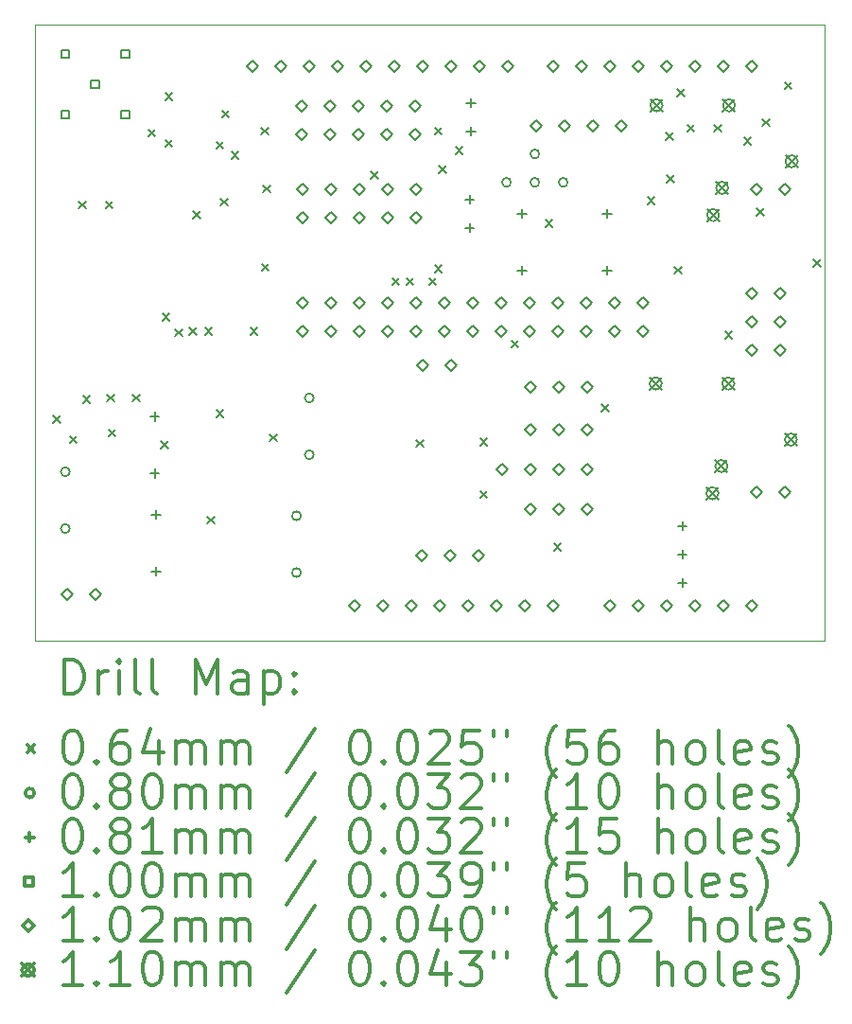
<source format=gbr>
%FSLAX45Y45*%
G04 Gerber Fmt 4.5, Leading zero omitted, Abs format (unit mm)*
G04 Created by KiCad (PCBNEW (2014-12-08 BZR 5317)-product) date mar. 23 déc. 2014 09:04:46 CET*
%MOMM*%
G01*
G04 APERTURE LIST*
%ADD10C,0.127000*%
%ADD11C,0.100000*%
%ADD12C,0.200000*%
%ADD13C,0.300000*%
G04 APERTURE END LIST*
D10*
D11*
X9544050Y-11277600D02*
X9544050Y-5765800D01*
X16617950Y-11277600D02*
X9544050Y-11277600D01*
X16617950Y-5765800D02*
X16617950Y-11277600D01*
X9544050Y-5765800D02*
X16617950Y-5765800D01*
X16601440Y-5765800D02*
X16602710Y-5765800D01*
D12*
X9709150Y-9264650D02*
X9772650Y-9328150D01*
X9772650Y-9264650D02*
X9709150Y-9328150D01*
X9855200Y-9447530D02*
X9918700Y-9511030D01*
X9918700Y-9447530D02*
X9855200Y-9511030D01*
X9937750Y-7346950D02*
X10001250Y-7410450D01*
X10001250Y-7346950D02*
X9937750Y-7410450D01*
X9975850Y-9086850D02*
X10039350Y-9150350D01*
X10039350Y-9086850D02*
X9975850Y-9150350D01*
X10179050Y-7346950D02*
X10242550Y-7410450D01*
X10242550Y-7346950D02*
X10179050Y-7410450D01*
X10191750Y-9074150D02*
X10255250Y-9137650D01*
X10255250Y-9074150D02*
X10191750Y-9137650D01*
X10201910Y-9386570D02*
X10265410Y-9450070D01*
X10265410Y-9386570D02*
X10201910Y-9450070D01*
X10420350Y-9074150D02*
X10483850Y-9137650D01*
X10483850Y-9074150D02*
X10420350Y-9137650D01*
X10560050Y-6701790D02*
X10623550Y-6765290D01*
X10623550Y-6701790D02*
X10560050Y-6765290D01*
X10674350Y-9493250D02*
X10737850Y-9556750D01*
X10737850Y-9493250D02*
X10674350Y-9556750D01*
X10687050Y-8350250D02*
X10750550Y-8413750D01*
X10750550Y-8350250D02*
X10687050Y-8413750D01*
X10712450Y-6375400D02*
X10775950Y-6438900D01*
X10775950Y-6375400D02*
X10712450Y-6438900D01*
X10712450Y-6794500D02*
X10775950Y-6858000D01*
X10775950Y-6794500D02*
X10712450Y-6858000D01*
X10801350Y-8489950D02*
X10864850Y-8553450D01*
X10864850Y-8489950D02*
X10801350Y-8553450D01*
X10928350Y-8477250D02*
X10991850Y-8540750D01*
X10991850Y-8477250D02*
X10928350Y-8540750D01*
X10960100Y-7435850D02*
X11023600Y-7499350D01*
X11023600Y-7435850D02*
X10960100Y-7499350D01*
X11068050Y-8477250D02*
X11131550Y-8540750D01*
X11131550Y-8477250D02*
X11068050Y-8540750D01*
X11088370Y-10166350D02*
X11151870Y-10229850D01*
X11151870Y-10166350D02*
X11088370Y-10229850D01*
X11169650Y-6813550D02*
X11233150Y-6877050D01*
X11233150Y-6813550D02*
X11169650Y-6877050D01*
X11169650Y-9213850D02*
X11233150Y-9277350D01*
X11233150Y-9213850D02*
X11169650Y-9277350D01*
X11207750Y-7321550D02*
X11271250Y-7385050D01*
X11271250Y-7321550D02*
X11207750Y-7385050D01*
X11220450Y-6534150D02*
X11283950Y-6597650D01*
X11283950Y-6534150D02*
X11220450Y-6597650D01*
X11303000Y-6902450D02*
X11366500Y-6965950D01*
X11366500Y-6902450D02*
X11303000Y-6965950D01*
X11471910Y-8475980D02*
X11535410Y-8539480D01*
X11535410Y-8475980D02*
X11471910Y-8539480D01*
X11569700Y-6686550D02*
X11633200Y-6750050D01*
X11633200Y-6686550D02*
X11569700Y-6750050D01*
X11574780Y-7907020D02*
X11638280Y-7970520D01*
X11638280Y-7907020D02*
X11574780Y-7970520D01*
X11588750Y-7200900D02*
X11652250Y-7264400D01*
X11652250Y-7200900D02*
X11588750Y-7264400D01*
X11648440Y-9428480D02*
X11711940Y-9491980D01*
X11711940Y-9428480D02*
X11648440Y-9491980D01*
X12553950Y-7080250D02*
X12617450Y-7143750D01*
X12617450Y-7080250D02*
X12553950Y-7143750D01*
X12744450Y-8032750D02*
X12807950Y-8096250D01*
X12807950Y-8032750D02*
X12744450Y-8096250D01*
X12871450Y-8032750D02*
X12934950Y-8096250D01*
X12934950Y-8032750D02*
X12871450Y-8096250D01*
X12960350Y-9480550D02*
X13023850Y-9544050D01*
X13023850Y-9480550D02*
X12960350Y-9544050D01*
X13074650Y-8032750D02*
X13138150Y-8096250D01*
X13138150Y-8032750D02*
X13074650Y-8096250D01*
X13125450Y-6686550D02*
X13188950Y-6750050D01*
X13188950Y-6686550D02*
X13125450Y-6750050D01*
X13125450Y-7918450D02*
X13188950Y-7981950D01*
X13188950Y-7918450D02*
X13125450Y-7981950D01*
X13163550Y-7029450D02*
X13227050Y-7092950D01*
X13227050Y-7029450D02*
X13163550Y-7092950D01*
X13309600Y-6858000D02*
X13373100Y-6921500D01*
X13373100Y-6858000D02*
X13309600Y-6921500D01*
X13531850Y-9467850D02*
X13595350Y-9531350D01*
X13595350Y-9467850D02*
X13531850Y-9531350D01*
X13531850Y-9937750D02*
X13595350Y-10001250D01*
X13595350Y-9937750D02*
X13531850Y-10001250D01*
X13811250Y-8591550D02*
X13874750Y-8655050D01*
X13874750Y-8591550D02*
X13811250Y-8655050D01*
X14116050Y-7512050D02*
X14179550Y-7575550D01*
X14179550Y-7512050D02*
X14116050Y-7575550D01*
X14192250Y-10407650D02*
X14255750Y-10471150D01*
X14255750Y-10407650D02*
X14192250Y-10471150D01*
X14617700Y-9163050D02*
X14681200Y-9226550D01*
X14681200Y-9163050D02*
X14617700Y-9226550D01*
X15030450Y-7308850D02*
X15093950Y-7372350D01*
X15093950Y-7308850D02*
X15030450Y-7372350D01*
X15195550Y-6731000D02*
X15259050Y-6794500D01*
X15259050Y-6731000D02*
X15195550Y-6794500D01*
X15201900Y-7112000D02*
X15265400Y-7175500D01*
X15265400Y-7112000D02*
X15201900Y-7175500D01*
X15271750Y-7931150D02*
X15335250Y-7994650D01*
X15335250Y-7931150D02*
X15271750Y-7994650D01*
X15297150Y-6343650D02*
X15360650Y-6407150D01*
X15360650Y-6343650D02*
X15297150Y-6407150D01*
X15386050Y-6661150D02*
X15449550Y-6724650D01*
X15449550Y-6661150D02*
X15386050Y-6724650D01*
X15627350Y-6661150D02*
X15690850Y-6724650D01*
X15690850Y-6661150D02*
X15627350Y-6724650D01*
X15722600Y-8509000D02*
X15786100Y-8572500D01*
X15786100Y-8509000D02*
X15722600Y-8572500D01*
X15894050Y-6775450D02*
X15957550Y-6838950D01*
X15957550Y-6775450D02*
X15894050Y-6838950D01*
X16008350Y-7410450D02*
X16071850Y-7473950D01*
X16071850Y-7410450D02*
X16008350Y-7473950D01*
X16059150Y-6610350D02*
X16122650Y-6673850D01*
X16122650Y-6610350D02*
X16059150Y-6673850D01*
X16256000Y-6280150D02*
X16319500Y-6343650D01*
X16319500Y-6280150D02*
X16256000Y-6343650D01*
X16516350Y-7867650D02*
X16579850Y-7931150D01*
X16579850Y-7867650D02*
X16516350Y-7931150D01*
X9857105Y-9766300D02*
G75*
G03X9857105Y-9766300I-40005J0D01*
G01*
X9857105Y-10274300D02*
G75*
G03X9857105Y-10274300I-40005J0D01*
G01*
X11927205Y-10160000D02*
G75*
G03X11927205Y-10160000I-40005J0D01*
G01*
X11927205Y-10668000D02*
G75*
G03X11927205Y-10668000I-40005J0D01*
G01*
X12041505Y-9105900D02*
G75*
G03X12041505Y-9105900I-40005J0D01*
G01*
X12041505Y-9613900D02*
G75*
G03X12041505Y-9613900I-40005J0D01*
G01*
X13806805Y-7175500D02*
G75*
G03X13806805Y-7175500I-40005J0D01*
G01*
X14060805Y-6921500D02*
G75*
G03X14060805Y-6921500I-40005J0D01*
G01*
X14060805Y-7175500D02*
G75*
G03X14060805Y-7175500I-40005J0D01*
G01*
X14314805Y-7175500D02*
G75*
G03X14314805Y-7175500I-40005J0D01*
G01*
X10617200Y-9230360D02*
X10617200Y-9311640D01*
X10576560Y-9271000D02*
X10657840Y-9271000D01*
X10617200Y-9738360D02*
X10617200Y-9819640D01*
X10576560Y-9779000D02*
X10657840Y-9779000D01*
X10629900Y-10106660D02*
X10629900Y-10187940D01*
X10589260Y-10147300D02*
X10670540Y-10147300D01*
X10629900Y-10614660D02*
X10629900Y-10695940D01*
X10589260Y-10655300D02*
X10670540Y-10655300D01*
X13436600Y-7287260D02*
X13436600Y-7368540D01*
X13395960Y-7327900D02*
X13477240Y-7327900D01*
X13436600Y-7541260D02*
X13436600Y-7622540D01*
X13395960Y-7581900D02*
X13477240Y-7581900D01*
X13449300Y-6423660D02*
X13449300Y-6504940D01*
X13408660Y-6464300D02*
X13489940Y-6464300D01*
X13449300Y-6677660D02*
X13449300Y-6758940D01*
X13408660Y-6718300D02*
X13489940Y-6718300D01*
X13906500Y-7414260D02*
X13906500Y-7495540D01*
X13865860Y-7454900D02*
X13947140Y-7454900D01*
X13906500Y-7922260D02*
X13906500Y-8003540D01*
X13865860Y-7962900D02*
X13947140Y-7962900D01*
X14668500Y-7414260D02*
X14668500Y-7495540D01*
X14627860Y-7454900D02*
X14709140Y-7454900D01*
X14668500Y-7922260D02*
X14668500Y-8003540D01*
X14627860Y-7962900D02*
X14709140Y-7962900D01*
X15341600Y-10208260D02*
X15341600Y-10289540D01*
X15300960Y-10248900D02*
X15382240Y-10248900D01*
X15341600Y-10462260D02*
X15341600Y-10543540D01*
X15300960Y-10502900D02*
X15382240Y-10502900D01*
X15341600Y-10716260D02*
X15341600Y-10797540D01*
X15300960Y-10756900D02*
X15382240Y-10756900D01*
X9849181Y-6064580D02*
X9849181Y-5993815D01*
X9778416Y-5993815D01*
X9778416Y-6064580D01*
X9849181Y-6064580D01*
X9849181Y-6604584D02*
X9849181Y-6533819D01*
X9778416Y-6533819D01*
X9778416Y-6604584D01*
X9849181Y-6604584D01*
X10119183Y-6334582D02*
X10119183Y-6263817D01*
X10048418Y-6263817D01*
X10048418Y-6334582D01*
X10119183Y-6334582D01*
X10389185Y-6064580D02*
X10389185Y-5993815D01*
X10318420Y-5993815D01*
X10318420Y-6064580D01*
X10389185Y-6064580D01*
X10389185Y-6604584D02*
X10389185Y-6533819D01*
X10318420Y-6533819D01*
X10318420Y-6604584D01*
X10389185Y-6604584D01*
X9829800Y-10909300D02*
X9880600Y-10858500D01*
X9829800Y-10807700D01*
X9779000Y-10858500D01*
X9829800Y-10909300D01*
X10083800Y-10909300D02*
X10134600Y-10858500D01*
X10083800Y-10807700D01*
X10033000Y-10858500D01*
X10083800Y-10909300D01*
X11493500Y-6184900D02*
X11544300Y-6134100D01*
X11493500Y-6083300D01*
X11442700Y-6134100D01*
X11493500Y-6184900D01*
X11747500Y-6184900D02*
X11798300Y-6134100D01*
X11747500Y-6083300D01*
X11696700Y-6134100D01*
X11747500Y-6184900D01*
X11931650Y-6540500D02*
X11982450Y-6489700D01*
X11931650Y-6438900D01*
X11880850Y-6489700D01*
X11931650Y-6540500D01*
X11931650Y-6794500D02*
X11982450Y-6743700D01*
X11931650Y-6692900D01*
X11880850Y-6743700D01*
X11931650Y-6794500D01*
X11938000Y-7289800D02*
X11988800Y-7239000D01*
X11938000Y-7188200D01*
X11887200Y-7239000D01*
X11938000Y-7289800D01*
X11938000Y-7543800D02*
X11988800Y-7493000D01*
X11938000Y-7442200D01*
X11887200Y-7493000D01*
X11938000Y-7543800D01*
X11938000Y-8305800D02*
X11988800Y-8255000D01*
X11938000Y-8204200D01*
X11887200Y-8255000D01*
X11938000Y-8305800D01*
X11938000Y-8559800D02*
X11988800Y-8509000D01*
X11938000Y-8458200D01*
X11887200Y-8509000D01*
X11938000Y-8559800D01*
X12001500Y-6184900D02*
X12052300Y-6134100D01*
X12001500Y-6083300D01*
X11950700Y-6134100D01*
X12001500Y-6184900D01*
X12185650Y-6540500D02*
X12236450Y-6489700D01*
X12185650Y-6438900D01*
X12134850Y-6489700D01*
X12185650Y-6540500D01*
X12185650Y-6794500D02*
X12236450Y-6743700D01*
X12185650Y-6692900D01*
X12134850Y-6743700D01*
X12185650Y-6794500D01*
X12192000Y-7289800D02*
X12242800Y-7239000D01*
X12192000Y-7188200D01*
X12141200Y-7239000D01*
X12192000Y-7289800D01*
X12192000Y-7543800D02*
X12242800Y-7493000D01*
X12192000Y-7442200D01*
X12141200Y-7493000D01*
X12192000Y-7543800D01*
X12192000Y-8305800D02*
X12242800Y-8255000D01*
X12192000Y-8204200D01*
X12141200Y-8255000D01*
X12192000Y-8305800D01*
X12192000Y-8559800D02*
X12242800Y-8509000D01*
X12192000Y-8458200D01*
X12141200Y-8509000D01*
X12192000Y-8559800D01*
X12255500Y-6184900D02*
X12306300Y-6134100D01*
X12255500Y-6083300D01*
X12204700Y-6134100D01*
X12255500Y-6184900D01*
X12407900Y-11010900D02*
X12458700Y-10960100D01*
X12407900Y-10909300D01*
X12357100Y-10960100D01*
X12407900Y-11010900D01*
X12439650Y-6540500D02*
X12490450Y-6489700D01*
X12439650Y-6438900D01*
X12388850Y-6489700D01*
X12439650Y-6540500D01*
X12439650Y-6794500D02*
X12490450Y-6743700D01*
X12439650Y-6692900D01*
X12388850Y-6743700D01*
X12439650Y-6794500D01*
X12446000Y-7289800D02*
X12496800Y-7239000D01*
X12446000Y-7188200D01*
X12395200Y-7239000D01*
X12446000Y-7289800D01*
X12446000Y-7543800D02*
X12496800Y-7493000D01*
X12446000Y-7442200D01*
X12395200Y-7493000D01*
X12446000Y-7543800D01*
X12446000Y-8305800D02*
X12496800Y-8255000D01*
X12446000Y-8204200D01*
X12395200Y-8255000D01*
X12446000Y-8305800D01*
X12446000Y-8559800D02*
X12496800Y-8509000D01*
X12446000Y-8458200D01*
X12395200Y-8509000D01*
X12446000Y-8559800D01*
X12509500Y-6184900D02*
X12560300Y-6134100D01*
X12509500Y-6083300D01*
X12458700Y-6134100D01*
X12509500Y-6184900D01*
X12661900Y-11010900D02*
X12712700Y-10960100D01*
X12661900Y-10909300D01*
X12611100Y-10960100D01*
X12661900Y-11010900D01*
X12693650Y-6540500D02*
X12744450Y-6489700D01*
X12693650Y-6438900D01*
X12642850Y-6489700D01*
X12693650Y-6540500D01*
X12693650Y-6794500D02*
X12744450Y-6743700D01*
X12693650Y-6692900D01*
X12642850Y-6743700D01*
X12693650Y-6794500D01*
X12700000Y-7289800D02*
X12750800Y-7239000D01*
X12700000Y-7188200D01*
X12649200Y-7239000D01*
X12700000Y-7289800D01*
X12700000Y-7543800D02*
X12750800Y-7493000D01*
X12700000Y-7442200D01*
X12649200Y-7493000D01*
X12700000Y-7543800D01*
X12700000Y-8305800D02*
X12750800Y-8255000D01*
X12700000Y-8204200D01*
X12649200Y-8255000D01*
X12700000Y-8305800D01*
X12700000Y-8559800D02*
X12750800Y-8509000D01*
X12700000Y-8458200D01*
X12649200Y-8509000D01*
X12700000Y-8559800D01*
X12763500Y-6184900D02*
X12814300Y-6134100D01*
X12763500Y-6083300D01*
X12712700Y-6134100D01*
X12763500Y-6184900D01*
X12915900Y-11010900D02*
X12966700Y-10960100D01*
X12915900Y-10909300D01*
X12865100Y-10960100D01*
X12915900Y-11010900D01*
X12947650Y-6540500D02*
X12998450Y-6489700D01*
X12947650Y-6438900D01*
X12896850Y-6489700D01*
X12947650Y-6540500D01*
X12947650Y-6794500D02*
X12998450Y-6743700D01*
X12947650Y-6692900D01*
X12896850Y-6743700D01*
X12947650Y-6794500D01*
X12954000Y-7289800D02*
X13004800Y-7239000D01*
X12954000Y-7188200D01*
X12903200Y-7239000D01*
X12954000Y-7289800D01*
X12954000Y-7543800D02*
X13004800Y-7493000D01*
X12954000Y-7442200D01*
X12903200Y-7493000D01*
X12954000Y-7543800D01*
X12954000Y-8305800D02*
X13004800Y-8255000D01*
X12954000Y-8204200D01*
X12903200Y-8255000D01*
X12954000Y-8305800D01*
X12954000Y-8559800D02*
X13004800Y-8509000D01*
X12954000Y-8458200D01*
X12903200Y-8509000D01*
X12954000Y-8559800D01*
X13004800Y-10566400D02*
X13055600Y-10515600D01*
X13004800Y-10464800D01*
X12954000Y-10515600D01*
X13004800Y-10566400D01*
X13017500Y-6184900D02*
X13068300Y-6134100D01*
X13017500Y-6083300D01*
X12966700Y-6134100D01*
X13017500Y-6184900D01*
X13017500Y-8864600D02*
X13068300Y-8813800D01*
X13017500Y-8763000D01*
X12966700Y-8813800D01*
X13017500Y-8864600D01*
X13169900Y-11010900D02*
X13220700Y-10960100D01*
X13169900Y-10909300D01*
X13119100Y-10960100D01*
X13169900Y-11010900D01*
X13208000Y-8305800D02*
X13258800Y-8255000D01*
X13208000Y-8204200D01*
X13157200Y-8255000D01*
X13208000Y-8305800D01*
X13208000Y-8559800D02*
X13258800Y-8509000D01*
X13208000Y-8458200D01*
X13157200Y-8509000D01*
X13208000Y-8559800D01*
X13258800Y-10566400D02*
X13309600Y-10515600D01*
X13258800Y-10464800D01*
X13208000Y-10515600D01*
X13258800Y-10566400D01*
X13271500Y-6184900D02*
X13322300Y-6134100D01*
X13271500Y-6083300D01*
X13220700Y-6134100D01*
X13271500Y-6184900D01*
X13271500Y-8864600D02*
X13322300Y-8813800D01*
X13271500Y-8763000D01*
X13220700Y-8813800D01*
X13271500Y-8864600D01*
X13423900Y-11010900D02*
X13474700Y-10960100D01*
X13423900Y-10909300D01*
X13373100Y-10960100D01*
X13423900Y-11010900D01*
X13462000Y-8305800D02*
X13512800Y-8255000D01*
X13462000Y-8204200D01*
X13411200Y-8255000D01*
X13462000Y-8305800D01*
X13462000Y-8559800D02*
X13512800Y-8509000D01*
X13462000Y-8458200D01*
X13411200Y-8509000D01*
X13462000Y-8559800D01*
X13512800Y-10566400D02*
X13563600Y-10515600D01*
X13512800Y-10464800D01*
X13462000Y-10515600D01*
X13512800Y-10566400D01*
X13525500Y-6184900D02*
X13576300Y-6134100D01*
X13525500Y-6083300D01*
X13474700Y-6134100D01*
X13525500Y-6184900D01*
X13677900Y-11010900D02*
X13728700Y-10960100D01*
X13677900Y-10909300D01*
X13627100Y-10960100D01*
X13677900Y-11010900D01*
X13716000Y-8305800D02*
X13766800Y-8255000D01*
X13716000Y-8204200D01*
X13665200Y-8255000D01*
X13716000Y-8305800D01*
X13716000Y-8559800D02*
X13766800Y-8509000D01*
X13716000Y-8458200D01*
X13665200Y-8509000D01*
X13716000Y-8559800D01*
X13728700Y-9791700D02*
X13779500Y-9740900D01*
X13728700Y-9690100D01*
X13677900Y-9740900D01*
X13728700Y-9791700D01*
X13779500Y-6184900D02*
X13830300Y-6134100D01*
X13779500Y-6083300D01*
X13728700Y-6134100D01*
X13779500Y-6184900D01*
X13931900Y-11010900D02*
X13982700Y-10960100D01*
X13931900Y-10909300D01*
X13881100Y-10960100D01*
X13931900Y-11010900D01*
X13970000Y-8305800D02*
X14020800Y-8255000D01*
X13970000Y-8204200D01*
X13919200Y-8255000D01*
X13970000Y-8305800D01*
X13970000Y-8559800D02*
X14020800Y-8509000D01*
X13970000Y-8458200D01*
X13919200Y-8509000D01*
X13970000Y-8559800D01*
X13982700Y-9055100D02*
X14033500Y-9004300D01*
X13982700Y-8953500D01*
X13931900Y-9004300D01*
X13982700Y-9055100D01*
X13982700Y-9436100D02*
X14033500Y-9385300D01*
X13982700Y-9334500D01*
X13931900Y-9385300D01*
X13982700Y-9436100D01*
X13982700Y-9791700D02*
X14033500Y-9740900D01*
X13982700Y-9690100D01*
X13931900Y-9740900D01*
X13982700Y-9791700D01*
X13982700Y-10147300D02*
X14033500Y-10096500D01*
X13982700Y-10045700D01*
X13931900Y-10096500D01*
X13982700Y-10147300D01*
X14033500Y-6718300D02*
X14084300Y-6667500D01*
X14033500Y-6616700D01*
X13982700Y-6667500D01*
X14033500Y-6718300D01*
X14185900Y-6184900D02*
X14236700Y-6134100D01*
X14185900Y-6083300D01*
X14135100Y-6134100D01*
X14185900Y-6184900D01*
X14185900Y-11010900D02*
X14236700Y-10960100D01*
X14185900Y-10909300D01*
X14135100Y-10960100D01*
X14185900Y-11010900D01*
X14224000Y-8305800D02*
X14274800Y-8255000D01*
X14224000Y-8204200D01*
X14173200Y-8255000D01*
X14224000Y-8305800D01*
X14224000Y-8559800D02*
X14274800Y-8509000D01*
X14224000Y-8458200D01*
X14173200Y-8509000D01*
X14224000Y-8559800D01*
X14236700Y-9055100D02*
X14287500Y-9004300D01*
X14236700Y-8953500D01*
X14185900Y-9004300D01*
X14236700Y-9055100D01*
X14236700Y-9436100D02*
X14287500Y-9385300D01*
X14236700Y-9334500D01*
X14185900Y-9385300D01*
X14236700Y-9436100D01*
X14236700Y-9791700D02*
X14287500Y-9740900D01*
X14236700Y-9690100D01*
X14185900Y-9740900D01*
X14236700Y-9791700D01*
X14236700Y-10147300D02*
X14287500Y-10096500D01*
X14236700Y-10045700D01*
X14185900Y-10096500D01*
X14236700Y-10147300D01*
X14287500Y-6718300D02*
X14338300Y-6667500D01*
X14287500Y-6616700D01*
X14236700Y-6667500D01*
X14287500Y-6718300D01*
X14439900Y-6184900D02*
X14490700Y-6134100D01*
X14439900Y-6083300D01*
X14389100Y-6134100D01*
X14439900Y-6184900D01*
X14478000Y-8305800D02*
X14528800Y-8255000D01*
X14478000Y-8204200D01*
X14427200Y-8255000D01*
X14478000Y-8305800D01*
X14478000Y-8559800D02*
X14528800Y-8509000D01*
X14478000Y-8458200D01*
X14427200Y-8509000D01*
X14478000Y-8559800D01*
X14490700Y-9055100D02*
X14541500Y-9004300D01*
X14490700Y-8953500D01*
X14439900Y-9004300D01*
X14490700Y-9055100D01*
X14490700Y-9436100D02*
X14541500Y-9385300D01*
X14490700Y-9334500D01*
X14439900Y-9385300D01*
X14490700Y-9436100D01*
X14490700Y-9791700D02*
X14541500Y-9740900D01*
X14490700Y-9690100D01*
X14439900Y-9740900D01*
X14490700Y-9791700D01*
X14490700Y-10147300D02*
X14541500Y-10096500D01*
X14490700Y-10045700D01*
X14439900Y-10096500D01*
X14490700Y-10147300D01*
X14541500Y-6718300D02*
X14592300Y-6667500D01*
X14541500Y-6616700D01*
X14490700Y-6667500D01*
X14541500Y-6718300D01*
X14693900Y-6184900D02*
X14744700Y-6134100D01*
X14693900Y-6083300D01*
X14643100Y-6134100D01*
X14693900Y-6184900D01*
X14693900Y-11010900D02*
X14744700Y-10960100D01*
X14693900Y-10909300D01*
X14643100Y-10960100D01*
X14693900Y-11010900D01*
X14732000Y-8305800D02*
X14782800Y-8255000D01*
X14732000Y-8204200D01*
X14681200Y-8255000D01*
X14732000Y-8305800D01*
X14732000Y-8559800D02*
X14782800Y-8509000D01*
X14732000Y-8458200D01*
X14681200Y-8509000D01*
X14732000Y-8559800D01*
X14795500Y-6718300D02*
X14846300Y-6667500D01*
X14795500Y-6616700D01*
X14744700Y-6667500D01*
X14795500Y-6718300D01*
X14947900Y-6184900D02*
X14998700Y-6134100D01*
X14947900Y-6083300D01*
X14897100Y-6134100D01*
X14947900Y-6184900D01*
X14947900Y-11010900D02*
X14998700Y-10960100D01*
X14947900Y-10909300D01*
X14897100Y-10960100D01*
X14947900Y-11010900D01*
X14986000Y-8305800D02*
X15036800Y-8255000D01*
X14986000Y-8204200D01*
X14935200Y-8255000D01*
X14986000Y-8305800D01*
X14986000Y-8559800D02*
X15036800Y-8509000D01*
X14986000Y-8458200D01*
X14935200Y-8509000D01*
X14986000Y-8559800D01*
X15201900Y-6184900D02*
X15252700Y-6134100D01*
X15201900Y-6083300D01*
X15151100Y-6134100D01*
X15201900Y-6184900D01*
X15201900Y-11010900D02*
X15252700Y-10960100D01*
X15201900Y-10909300D01*
X15151100Y-10960100D01*
X15201900Y-11010900D01*
X15455900Y-6184900D02*
X15506700Y-6134100D01*
X15455900Y-6083300D01*
X15405100Y-6134100D01*
X15455900Y-6184900D01*
X15455900Y-11010900D02*
X15506700Y-10960100D01*
X15455900Y-10909300D01*
X15405100Y-10960100D01*
X15455900Y-11010900D01*
X15709900Y-6184900D02*
X15760700Y-6134100D01*
X15709900Y-6083300D01*
X15659100Y-6134100D01*
X15709900Y-6184900D01*
X15709900Y-11010900D02*
X15760700Y-10960100D01*
X15709900Y-10909300D01*
X15659100Y-10960100D01*
X15709900Y-11010900D01*
X15963900Y-6184900D02*
X16014700Y-6134100D01*
X15963900Y-6083300D01*
X15913100Y-6134100D01*
X15963900Y-6184900D01*
X15963900Y-8216900D02*
X16014700Y-8166100D01*
X15963900Y-8115300D01*
X15913100Y-8166100D01*
X15963900Y-8216900D01*
X15963900Y-8470900D02*
X16014700Y-8420100D01*
X15963900Y-8369300D01*
X15913100Y-8420100D01*
X15963900Y-8470900D01*
X15963900Y-8724900D02*
X16014700Y-8674100D01*
X15963900Y-8623300D01*
X15913100Y-8674100D01*
X15963900Y-8724900D01*
X15963900Y-11010900D02*
X16014700Y-10960100D01*
X15963900Y-10909300D01*
X15913100Y-10960100D01*
X15963900Y-11010900D01*
X16002000Y-7289800D02*
X16052800Y-7239000D01*
X16002000Y-7188200D01*
X15951200Y-7239000D01*
X16002000Y-7289800D01*
X16002000Y-9994900D02*
X16052800Y-9944100D01*
X16002000Y-9893300D01*
X15951200Y-9944100D01*
X16002000Y-9994900D01*
X16217900Y-8216900D02*
X16268700Y-8166100D01*
X16217900Y-8115300D01*
X16167100Y-8166100D01*
X16217900Y-8216900D01*
X16217900Y-8470900D02*
X16268700Y-8420100D01*
X16217900Y-8369300D01*
X16167100Y-8420100D01*
X16217900Y-8470900D01*
X16217900Y-8724900D02*
X16268700Y-8674100D01*
X16217900Y-8623300D01*
X16167100Y-8674100D01*
X16217900Y-8724900D01*
X16256000Y-7289800D02*
X16306800Y-7239000D01*
X16256000Y-7188200D01*
X16205200Y-7239000D01*
X16256000Y-7289800D01*
X16256000Y-9994900D02*
X16306800Y-9944100D01*
X16256000Y-9893300D01*
X16205200Y-9944100D01*
X16256000Y-9994900D01*
X15048611Y-8920861D02*
X15158593Y-9030843D01*
X15158593Y-8920861D02*
X15048611Y-9030843D01*
X15158593Y-8975852D02*
G75*
G03X15158593Y-8975852I-54991J0D01*
G01*
X15054961Y-6431661D02*
X15164943Y-6541643D01*
X15164943Y-6431661D02*
X15054961Y-6541643D01*
X15164943Y-6486652D02*
G75*
G03X15164943Y-6486652I-54991J0D01*
G01*
X15555595Y-9902825D02*
X15665577Y-10012807D01*
X15665577Y-9902825D02*
X15555595Y-10012807D01*
X15665577Y-9957816D02*
G75*
G03X15665577Y-9957816I-54991J0D01*
G01*
X15561945Y-7413625D02*
X15671927Y-7523607D01*
X15671927Y-7413625D02*
X15561945Y-7523607D01*
X15671927Y-7468616D02*
G75*
G03X15671927Y-7468616I-54991J0D01*
G01*
X15636621Y-9659239D02*
X15746603Y-9769221D01*
X15746603Y-9659239D02*
X15636621Y-9769221D01*
X15746603Y-9714230D02*
G75*
G03X15746603Y-9714230I-54991J0D01*
G01*
X15642971Y-7170039D02*
X15752953Y-7280021D01*
X15752953Y-7170039D02*
X15642971Y-7280021D01*
X15752953Y-7225030D02*
G75*
G03X15752953Y-7225030I-54991J0D01*
G01*
X15697835Y-8920861D02*
X15807817Y-9030843D01*
X15807817Y-8920861D02*
X15697835Y-9030843D01*
X15807817Y-8975852D02*
G75*
G03X15807817Y-8975852I-54991J0D01*
G01*
X15704185Y-6431661D02*
X15814167Y-6541643D01*
X15814167Y-6431661D02*
X15704185Y-6541643D01*
X15814167Y-6486652D02*
G75*
G03X15814167Y-6486652I-54991J0D01*
G01*
X16258667Y-9422257D02*
X16368649Y-9532239D01*
X16368649Y-9422257D02*
X16258667Y-9532239D01*
X16368649Y-9477248D02*
G75*
G03X16368649Y-9477248I-54991J0D01*
G01*
X16265017Y-6933057D02*
X16374999Y-7043039D01*
X16374999Y-6933057D02*
X16265017Y-7043039D01*
X16374999Y-6988048D02*
G75*
G03X16374999Y-6988048I-54991J0D01*
G01*
D13*
X9810479Y-11748314D02*
X9810479Y-11448314D01*
X9881907Y-11448314D01*
X9924764Y-11462600D01*
X9953336Y-11491171D01*
X9967621Y-11519743D01*
X9981907Y-11576886D01*
X9981907Y-11619743D01*
X9967621Y-11676886D01*
X9953336Y-11705457D01*
X9924764Y-11734029D01*
X9881907Y-11748314D01*
X9810479Y-11748314D01*
X10110479Y-11748314D02*
X10110479Y-11548314D01*
X10110479Y-11605457D02*
X10124764Y-11576886D01*
X10139050Y-11562600D01*
X10167621Y-11548314D01*
X10196193Y-11548314D01*
X10296193Y-11748314D02*
X10296193Y-11548314D01*
X10296193Y-11448314D02*
X10281907Y-11462600D01*
X10296193Y-11476886D01*
X10310479Y-11462600D01*
X10296193Y-11448314D01*
X10296193Y-11476886D01*
X10481907Y-11748314D02*
X10453336Y-11734029D01*
X10439050Y-11705457D01*
X10439050Y-11448314D01*
X10639050Y-11748314D02*
X10610479Y-11734029D01*
X10596193Y-11705457D01*
X10596193Y-11448314D01*
X10981907Y-11748314D02*
X10981907Y-11448314D01*
X11081907Y-11662600D01*
X11181907Y-11448314D01*
X11181907Y-11748314D01*
X11453336Y-11748314D02*
X11453336Y-11591171D01*
X11439050Y-11562600D01*
X11410478Y-11548314D01*
X11353336Y-11548314D01*
X11324764Y-11562600D01*
X11453336Y-11734029D02*
X11424764Y-11748314D01*
X11353336Y-11748314D01*
X11324764Y-11734029D01*
X11310478Y-11705457D01*
X11310478Y-11676886D01*
X11324764Y-11648314D01*
X11353336Y-11634029D01*
X11424764Y-11634029D01*
X11453336Y-11619743D01*
X11596193Y-11548314D02*
X11596193Y-11848314D01*
X11596193Y-11562600D02*
X11624764Y-11548314D01*
X11681907Y-11548314D01*
X11710478Y-11562600D01*
X11724764Y-11576886D01*
X11739050Y-11605457D01*
X11739050Y-11691171D01*
X11724764Y-11719743D01*
X11710478Y-11734029D01*
X11681907Y-11748314D01*
X11624764Y-11748314D01*
X11596193Y-11734029D01*
X11867621Y-11719743D02*
X11881907Y-11734029D01*
X11867621Y-11748314D01*
X11853336Y-11734029D01*
X11867621Y-11719743D01*
X11867621Y-11748314D01*
X11867621Y-11562600D02*
X11881907Y-11576886D01*
X11867621Y-11591171D01*
X11853336Y-11576886D01*
X11867621Y-11562600D01*
X11867621Y-11591171D01*
X9475550Y-12210850D02*
X9539050Y-12274350D01*
X9539050Y-12210850D02*
X9475550Y-12274350D01*
X9867621Y-12078314D02*
X9896193Y-12078314D01*
X9924764Y-12092600D01*
X9939050Y-12106886D01*
X9953336Y-12135457D01*
X9967621Y-12192600D01*
X9967621Y-12264029D01*
X9953336Y-12321171D01*
X9939050Y-12349743D01*
X9924764Y-12364029D01*
X9896193Y-12378314D01*
X9867621Y-12378314D01*
X9839050Y-12364029D01*
X9824764Y-12349743D01*
X9810479Y-12321171D01*
X9796193Y-12264029D01*
X9796193Y-12192600D01*
X9810479Y-12135457D01*
X9824764Y-12106886D01*
X9839050Y-12092600D01*
X9867621Y-12078314D01*
X10096193Y-12349743D02*
X10110479Y-12364029D01*
X10096193Y-12378314D01*
X10081907Y-12364029D01*
X10096193Y-12349743D01*
X10096193Y-12378314D01*
X10367621Y-12078314D02*
X10310478Y-12078314D01*
X10281907Y-12092600D01*
X10267621Y-12106886D01*
X10239050Y-12149743D01*
X10224764Y-12206886D01*
X10224764Y-12321171D01*
X10239050Y-12349743D01*
X10253336Y-12364029D01*
X10281907Y-12378314D01*
X10339050Y-12378314D01*
X10367621Y-12364029D01*
X10381907Y-12349743D01*
X10396193Y-12321171D01*
X10396193Y-12249743D01*
X10381907Y-12221171D01*
X10367621Y-12206886D01*
X10339050Y-12192600D01*
X10281907Y-12192600D01*
X10253336Y-12206886D01*
X10239050Y-12221171D01*
X10224764Y-12249743D01*
X10653336Y-12178314D02*
X10653336Y-12378314D01*
X10581907Y-12064029D02*
X10510479Y-12278314D01*
X10696193Y-12278314D01*
X10810479Y-12378314D02*
X10810479Y-12178314D01*
X10810479Y-12206886D02*
X10824764Y-12192600D01*
X10853336Y-12178314D01*
X10896193Y-12178314D01*
X10924764Y-12192600D01*
X10939050Y-12221171D01*
X10939050Y-12378314D01*
X10939050Y-12221171D02*
X10953336Y-12192600D01*
X10981907Y-12178314D01*
X11024764Y-12178314D01*
X11053336Y-12192600D01*
X11067621Y-12221171D01*
X11067621Y-12378314D01*
X11210478Y-12378314D02*
X11210478Y-12178314D01*
X11210478Y-12206886D02*
X11224764Y-12192600D01*
X11253336Y-12178314D01*
X11296193Y-12178314D01*
X11324764Y-12192600D01*
X11339050Y-12221171D01*
X11339050Y-12378314D01*
X11339050Y-12221171D02*
X11353336Y-12192600D01*
X11381907Y-12178314D01*
X11424764Y-12178314D01*
X11453336Y-12192600D01*
X11467621Y-12221171D01*
X11467621Y-12378314D01*
X12053336Y-12064029D02*
X11796193Y-12449743D01*
X12439050Y-12078314D02*
X12467621Y-12078314D01*
X12496193Y-12092600D01*
X12510478Y-12106886D01*
X12524764Y-12135457D01*
X12539050Y-12192600D01*
X12539050Y-12264029D01*
X12524764Y-12321171D01*
X12510478Y-12349743D01*
X12496193Y-12364029D01*
X12467621Y-12378314D01*
X12439050Y-12378314D01*
X12410478Y-12364029D01*
X12396193Y-12349743D01*
X12381907Y-12321171D01*
X12367621Y-12264029D01*
X12367621Y-12192600D01*
X12381907Y-12135457D01*
X12396193Y-12106886D01*
X12410478Y-12092600D01*
X12439050Y-12078314D01*
X12667621Y-12349743D02*
X12681907Y-12364029D01*
X12667621Y-12378314D01*
X12653336Y-12364029D01*
X12667621Y-12349743D01*
X12667621Y-12378314D01*
X12867621Y-12078314D02*
X12896193Y-12078314D01*
X12924764Y-12092600D01*
X12939050Y-12106886D01*
X12953335Y-12135457D01*
X12967621Y-12192600D01*
X12967621Y-12264029D01*
X12953335Y-12321171D01*
X12939050Y-12349743D01*
X12924764Y-12364029D01*
X12896193Y-12378314D01*
X12867621Y-12378314D01*
X12839050Y-12364029D01*
X12824764Y-12349743D01*
X12810478Y-12321171D01*
X12796193Y-12264029D01*
X12796193Y-12192600D01*
X12810478Y-12135457D01*
X12824764Y-12106886D01*
X12839050Y-12092600D01*
X12867621Y-12078314D01*
X13081907Y-12106886D02*
X13096193Y-12092600D01*
X13124764Y-12078314D01*
X13196193Y-12078314D01*
X13224764Y-12092600D01*
X13239050Y-12106886D01*
X13253335Y-12135457D01*
X13253335Y-12164029D01*
X13239050Y-12206886D01*
X13067621Y-12378314D01*
X13253335Y-12378314D01*
X13524764Y-12078314D02*
X13381907Y-12078314D01*
X13367621Y-12221171D01*
X13381907Y-12206886D01*
X13410478Y-12192600D01*
X13481907Y-12192600D01*
X13510478Y-12206886D01*
X13524764Y-12221171D01*
X13539050Y-12249743D01*
X13539050Y-12321171D01*
X13524764Y-12349743D01*
X13510478Y-12364029D01*
X13481907Y-12378314D01*
X13410478Y-12378314D01*
X13381907Y-12364029D01*
X13367621Y-12349743D01*
X13653336Y-12078314D02*
X13653336Y-12135457D01*
X13767621Y-12078314D02*
X13767621Y-12135457D01*
X14210478Y-12492600D02*
X14196193Y-12478314D01*
X14167621Y-12435457D01*
X14153335Y-12406886D01*
X14139050Y-12364029D01*
X14124764Y-12292600D01*
X14124764Y-12235457D01*
X14139050Y-12164029D01*
X14153335Y-12121171D01*
X14167621Y-12092600D01*
X14196193Y-12049743D01*
X14210478Y-12035457D01*
X14467621Y-12078314D02*
X14324764Y-12078314D01*
X14310478Y-12221171D01*
X14324764Y-12206886D01*
X14353335Y-12192600D01*
X14424764Y-12192600D01*
X14453335Y-12206886D01*
X14467621Y-12221171D01*
X14481907Y-12249743D01*
X14481907Y-12321171D01*
X14467621Y-12349743D01*
X14453335Y-12364029D01*
X14424764Y-12378314D01*
X14353335Y-12378314D01*
X14324764Y-12364029D01*
X14310478Y-12349743D01*
X14739050Y-12078314D02*
X14681907Y-12078314D01*
X14653335Y-12092600D01*
X14639050Y-12106886D01*
X14610478Y-12149743D01*
X14596193Y-12206886D01*
X14596193Y-12321171D01*
X14610478Y-12349743D01*
X14624764Y-12364029D01*
X14653335Y-12378314D01*
X14710478Y-12378314D01*
X14739050Y-12364029D01*
X14753335Y-12349743D01*
X14767621Y-12321171D01*
X14767621Y-12249743D01*
X14753335Y-12221171D01*
X14739050Y-12206886D01*
X14710478Y-12192600D01*
X14653335Y-12192600D01*
X14624764Y-12206886D01*
X14610478Y-12221171D01*
X14596193Y-12249743D01*
X15124764Y-12378314D02*
X15124764Y-12078314D01*
X15253335Y-12378314D02*
X15253335Y-12221171D01*
X15239050Y-12192600D01*
X15210478Y-12178314D01*
X15167621Y-12178314D01*
X15139050Y-12192600D01*
X15124764Y-12206886D01*
X15439050Y-12378314D02*
X15410478Y-12364029D01*
X15396193Y-12349743D01*
X15381907Y-12321171D01*
X15381907Y-12235457D01*
X15396193Y-12206886D01*
X15410478Y-12192600D01*
X15439050Y-12178314D01*
X15481907Y-12178314D01*
X15510478Y-12192600D01*
X15524764Y-12206886D01*
X15539050Y-12235457D01*
X15539050Y-12321171D01*
X15524764Y-12349743D01*
X15510478Y-12364029D01*
X15481907Y-12378314D01*
X15439050Y-12378314D01*
X15710478Y-12378314D02*
X15681907Y-12364029D01*
X15667621Y-12335457D01*
X15667621Y-12078314D01*
X15939050Y-12364029D02*
X15910478Y-12378314D01*
X15853336Y-12378314D01*
X15824764Y-12364029D01*
X15810478Y-12335457D01*
X15810478Y-12221171D01*
X15824764Y-12192600D01*
X15853336Y-12178314D01*
X15910478Y-12178314D01*
X15939050Y-12192600D01*
X15953336Y-12221171D01*
X15953336Y-12249743D01*
X15810478Y-12278314D01*
X16067621Y-12364029D02*
X16096193Y-12378314D01*
X16153336Y-12378314D01*
X16181907Y-12364029D01*
X16196193Y-12335457D01*
X16196193Y-12321171D01*
X16181907Y-12292600D01*
X16153336Y-12278314D01*
X16110478Y-12278314D01*
X16081907Y-12264029D01*
X16067621Y-12235457D01*
X16067621Y-12221171D01*
X16081907Y-12192600D01*
X16110478Y-12178314D01*
X16153336Y-12178314D01*
X16181907Y-12192600D01*
X16296193Y-12492600D02*
X16310478Y-12478314D01*
X16339050Y-12435457D01*
X16353336Y-12406886D01*
X16367621Y-12364029D01*
X16381907Y-12292600D01*
X16381907Y-12235457D01*
X16367621Y-12164029D01*
X16353336Y-12121171D01*
X16339050Y-12092600D01*
X16310478Y-12049743D01*
X16296193Y-12035457D01*
X9539050Y-12638600D02*
G75*
G03X9539050Y-12638600I-40005J0D01*
G01*
X9867621Y-12474314D02*
X9896193Y-12474314D01*
X9924764Y-12488600D01*
X9939050Y-12502886D01*
X9953336Y-12531457D01*
X9967621Y-12588600D01*
X9967621Y-12660029D01*
X9953336Y-12717171D01*
X9939050Y-12745743D01*
X9924764Y-12760029D01*
X9896193Y-12774314D01*
X9867621Y-12774314D01*
X9839050Y-12760029D01*
X9824764Y-12745743D01*
X9810479Y-12717171D01*
X9796193Y-12660029D01*
X9796193Y-12588600D01*
X9810479Y-12531457D01*
X9824764Y-12502886D01*
X9839050Y-12488600D01*
X9867621Y-12474314D01*
X10096193Y-12745743D02*
X10110479Y-12760029D01*
X10096193Y-12774314D01*
X10081907Y-12760029D01*
X10096193Y-12745743D01*
X10096193Y-12774314D01*
X10281907Y-12602886D02*
X10253336Y-12588600D01*
X10239050Y-12574314D01*
X10224764Y-12545743D01*
X10224764Y-12531457D01*
X10239050Y-12502886D01*
X10253336Y-12488600D01*
X10281907Y-12474314D01*
X10339050Y-12474314D01*
X10367621Y-12488600D01*
X10381907Y-12502886D01*
X10396193Y-12531457D01*
X10396193Y-12545743D01*
X10381907Y-12574314D01*
X10367621Y-12588600D01*
X10339050Y-12602886D01*
X10281907Y-12602886D01*
X10253336Y-12617171D01*
X10239050Y-12631457D01*
X10224764Y-12660029D01*
X10224764Y-12717171D01*
X10239050Y-12745743D01*
X10253336Y-12760029D01*
X10281907Y-12774314D01*
X10339050Y-12774314D01*
X10367621Y-12760029D01*
X10381907Y-12745743D01*
X10396193Y-12717171D01*
X10396193Y-12660029D01*
X10381907Y-12631457D01*
X10367621Y-12617171D01*
X10339050Y-12602886D01*
X10581907Y-12474314D02*
X10610479Y-12474314D01*
X10639050Y-12488600D01*
X10653336Y-12502886D01*
X10667621Y-12531457D01*
X10681907Y-12588600D01*
X10681907Y-12660029D01*
X10667621Y-12717171D01*
X10653336Y-12745743D01*
X10639050Y-12760029D01*
X10610479Y-12774314D01*
X10581907Y-12774314D01*
X10553336Y-12760029D01*
X10539050Y-12745743D01*
X10524764Y-12717171D01*
X10510479Y-12660029D01*
X10510479Y-12588600D01*
X10524764Y-12531457D01*
X10539050Y-12502886D01*
X10553336Y-12488600D01*
X10581907Y-12474314D01*
X10810479Y-12774314D02*
X10810479Y-12574314D01*
X10810479Y-12602886D02*
X10824764Y-12588600D01*
X10853336Y-12574314D01*
X10896193Y-12574314D01*
X10924764Y-12588600D01*
X10939050Y-12617171D01*
X10939050Y-12774314D01*
X10939050Y-12617171D02*
X10953336Y-12588600D01*
X10981907Y-12574314D01*
X11024764Y-12574314D01*
X11053336Y-12588600D01*
X11067621Y-12617171D01*
X11067621Y-12774314D01*
X11210478Y-12774314D02*
X11210478Y-12574314D01*
X11210478Y-12602886D02*
X11224764Y-12588600D01*
X11253336Y-12574314D01*
X11296193Y-12574314D01*
X11324764Y-12588600D01*
X11339050Y-12617171D01*
X11339050Y-12774314D01*
X11339050Y-12617171D02*
X11353336Y-12588600D01*
X11381907Y-12574314D01*
X11424764Y-12574314D01*
X11453336Y-12588600D01*
X11467621Y-12617171D01*
X11467621Y-12774314D01*
X12053336Y-12460029D02*
X11796193Y-12845743D01*
X12439050Y-12474314D02*
X12467621Y-12474314D01*
X12496193Y-12488600D01*
X12510478Y-12502886D01*
X12524764Y-12531457D01*
X12539050Y-12588600D01*
X12539050Y-12660029D01*
X12524764Y-12717171D01*
X12510478Y-12745743D01*
X12496193Y-12760029D01*
X12467621Y-12774314D01*
X12439050Y-12774314D01*
X12410478Y-12760029D01*
X12396193Y-12745743D01*
X12381907Y-12717171D01*
X12367621Y-12660029D01*
X12367621Y-12588600D01*
X12381907Y-12531457D01*
X12396193Y-12502886D01*
X12410478Y-12488600D01*
X12439050Y-12474314D01*
X12667621Y-12745743D02*
X12681907Y-12760029D01*
X12667621Y-12774314D01*
X12653336Y-12760029D01*
X12667621Y-12745743D01*
X12667621Y-12774314D01*
X12867621Y-12474314D02*
X12896193Y-12474314D01*
X12924764Y-12488600D01*
X12939050Y-12502886D01*
X12953335Y-12531457D01*
X12967621Y-12588600D01*
X12967621Y-12660029D01*
X12953335Y-12717171D01*
X12939050Y-12745743D01*
X12924764Y-12760029D01*
X12896193Y-12774314D01*
X12867621Y-12774314D01*
X12839050Y-12760029D01*
X12824764Y-12745743D01*
X12810478Y-12717171D01*
X12796193Y-12660029D01*
X12796193Y-12588600D01*
X12810478Y-12531457D01*
X12824764Y-12502886D01*
X12839050Y-12488600D01*
X12867621Y-12474314D01*
X13067621Y-12474314D02*
X13253335Y-12474314D01*
X13153335Y-12588600D01*
X13196193Y-12588600D01*
X13224764Y-12602886D01*
X13239050Y-12617171D01*
X13253335Y-12645743D01*
X13253335Y-12717171D01*
X13239050Y-12745743D01*
X13224764Y-12760029D01*
X13196193Y-12774314D01*
X13110478Y-12774314D01*
X13081907Y-12760029D01*
X13067621Y-12745743D01*
X13367621Y-12502886D02*
X13381907Y-12488600D01*
X13410478Y-12474314D01*
X13481907Y-12474314D01*
X13510478Y-12488600D01*
X13524764Y-12502886D01*
X13539050Y-12531457D01*
X13539050Y-12560029D01*
X13524764Y-12602886D01*
X13353335Y-12774314D01*
X13539050Y-12774314D01*
X13653336Y-12474314D02*
X13653336Y-12531457D01*
X13767621Y-12474314D02*
X13767621Y-12531457D01*
X14210478Y-12888600D02*
X14196193Y-12874314D01*
X14167621Y-12831457D01*
X14153335Y-12802886D01*
X14139050Y-12760029D01*
X14124764Y-12688600D01*
X14124764Y-12631457D01*
X14139050Y-12560029D01*
X14153335Y-12517171D01*
X14167621Y-12488600D01*
X14196193Y-12445743D01*
X14210478Y-12431457D01*
X14481907Y-12774314D02*
X14310478Y-12774314D01*
X14396193Y-12774314D02*
X14396193Y-12474314D01*
X14367621Y-12517171D01*
X14339050Y-12545743D01*
X14310478Y-12560029D01*
X14667621Y-12474314D02*
X14696193Y-12474314D01*
X14724764Y-12488600D01*
X14739050Y-12502886D01*
X14753335Y-12531457D01*
X14767621Y-12588600D01*
X14767621Y-12660029D01*
X14753335Y-12717171D01*
X14739050Y-12745743D01*
X14724764Y-12760029D01*
X14696193Y-12774314D01*
X14667621Y-12774314D01*
X14639050Y-12760029D01*
X14624764Y-12745743D01*
X14610478Y-12717171D01*
X14596193Y-12660029D01*
X14596193Y-12588600D01*
X14610478Y-12531457D01*
X14624764Y-12502886D01*
X14639050Y-12488600D01*
X14667621Y-12474314D01*
X15124764Y-12774314D02*
X15124764Y-12474314D01*
X15253335Y-12774314D02*
X15253335Y-12617171D01*
X15239050Y-12588600D01*
X15210478Y-12574314D01*
X15167621Y-12574314D01*
X15139050Y-12588600D01*
X15124764Y-12602886D01*
X15439050Y-12774314D02*
X15410478Y-12760029D01*
X15396193Y-12745743D01*
X15381907Y-12717171D01*
X15381907Y-12631457D01*
X15396193Y-12602886D01*
X15410478Y-12588600D01*
X15439050Y-12574314D01*
X15481907Y-12574314D01*
X15510478Y-12588600D01*
X15524764Y-12602886D01*
X15539050Y-12631457D01*
X15539050Y-12717171D01*
X15524764Y-12745743D01*
X15510478Y-12760029D01*
X15481907Y-12774314D01*
X15439050Y-12774314D01*
X15710478Y-12774314D02*
X15681907Y-12760029D01*
X15667621Y-12731457D01*
X15667621Y-12474314D01*
X15939050Y-12760029D02*
X15910478Y-12774314D01*
X15853336Y-12774314D01*
X15824764Y-12760029D01*
X15810478Y-12731457D01*
X15810478Y-12617171D01*
X15824764Y-12588600D01*
X15853336Y-12574314D01*
X15910478Y-12574314D01*
X15939050Y-12588600D01*
X15953336Y-12617171D01*
X15953336Y-12645743D01*
X15810478Y-12674314D01*
X16067621Y-12760029D02*
X16096193Y-12774314D01*
X16153336Y-12774314D01*
X16181907Y-12760029D01*
X16196193Y-12731457D01*
X16196193Y-12717171D01*
X16181907Y-12688600D01*
X16153336Y-12674314D01*
X16110478Y-12674314D01*
X16081907Y-12660029D01*
X16067621Y-12631457D01*
X16067621Y-12617171D01*
X16081907Y-12588600D01*
X16110478Y-12574314D01*
X16153336Y-12574314D01*
X16181907Y-12588600D01*
X16296193Y-12888600D02*
X16310478Y-12874314D01*
X16339050Y-12831457D01*
X16353336Y-12802886D01*
X16367621Y-12760029D01*
X16381907Y-12688600D01*
X16381907Y-12631457D01*
X16367621Y-12560029D01*
X16353336Y-12517171D01*
X16339050Y-12488600D01*
X16310478Y-12445743D01*
X16296193Y-12431457D01*
X9498410Y-12993960D02*
X9498410Y-13075240D01*
X9457770Y-13034600D02*
X9539050Y-13034600D01*
X9867621Y-12870314D02*
X9896193Y-12870314D01*
X9924764Y-12884600D01*
X9939050Y-12898886D01*
X9953336Y-12927457D01*
X9967621Y-12984600D01*
X9967621Y-13056029D01*
X9953336Y-13113171D01*
X9939050Y-13141743D01*
X9924764Y-13156029D01*
X9896193Y-13170314D01*
X9867621Y-13170314D01*
X9839050Y-13156029D01*
X9824764Y-13141743D01*
X9810479Y-13113171D01*
X9796193Y-13056029D01*
X9796193Y-12984600D01*
X9810479Y-12927457D01*
X9824764Y-12898886D01*
X9839050Y-12884600D01*
X9867621Y-12870314D01*
X10096193Y-13141743D02*
X10110479Y-13156029D01*
X10096193Y-13170314D01*
X10081907Y-13156029D01*
X10096193Y-13141743D01*
X10096193Y-13170314D01*
X10281907Y-12998886D02*
X10253336Y-12984600D01*
X10239050Y-12970314D01*
X10224764Y-12941743D01*
X10224764Y-12927457D01*
X10239050Y-12898886D01*
X10253336Y-12884600D01*
X10281907Y-12870314D01*
X10339050Y-12870314D01*
X10367621Y-12884600D01*
X10381907Y-12898886D01*
X10396193Y-12927457D01*
X10396193Y-12941743D01*
X10381907Y-12970314D01*
X10367621Y-12984600D01*
X10339050Y-12998886D01*
X10281907Y-12998886D01*
X10253336Y-13013171D01*
X10239050Y-13027457D01*
X10224764Y-13056029D01*
X10224764Y-13113171D01*
X10239050Y-13141743D01*
X10253336Y-13156029D01*
X10281907Y-13170314D01*
X10339050Y-13170314D01*
X10367621Y-13156029D01*
X10381907Y-13141743D01*
X10396193Y-13113171D01*
X10396193Y-13056029D01*
X10381907Y-13027457D01*
X10367621Y-13013171D01*
X10339050Y-12998886D01*
X10681907Y-13170314D02*
X10510479Y-13170314D01*
X10596193Y-13170314D02*
X10596193Y-12870314D01*
X10567621Y-12913171D01*
X10539050Y-12941743D01*
X10510479Y-12956029D01*
X10810479Y-13170314D02*
X10810479Y-12970314D01*
X10810479Y-12998886D02*
X10824764Y-12984600D01*
X10853336Y-12970314D01*
X10896193Y-12970314D01*
X10924764Y-12984600D01*
X10939050Y-13013171D01*
X10939050Y-13170314D01*
X10939050Y-13013171D02*
X10953336Y-12984600D01*
X10981907Y-12970314D01*
X11024764Y-12970314D01*
X11053336Y-12984600D01*
X11067621Y-13013171D01*
X11067621Y-13170314D01*
X11210478Y-13170314D02*
X11210478Y-12970314D01*
X11210478Y-12998886D02*
X11224764Y-12984600D01*
X11253336Y-12970314D01*
X11296193Y-12970314D01*
X11324764Y-12984600D01*
X11339050Y-13013171D01*
X11339050Y-13170314D01*
X11339050Y-13013171D02*
X11353336Y-12984600D01*
X11381907Y-12970314D01*
X11424764Y-12970314D01*
X11453336Y-12984600D01*
X11467621Y-13013171D01*
X11467621Y-13170314D01*
X12053336Y-12856029D02*
X11796193Y-13241743D01*
X12439050Y-12870314D02*
X12467621Y-12870314D01*
X12496193Y-12884600D01*
X12510478Y-12898886D01*
X12524764Y-12927457D01*
X12539050Y-12984600D01*
X12539050Y-13056029D01*
X12524764Y-13113171D01*
X12510478Y-13141743D01*
X12496193Y-13156029D01*
X12467621Y-13170314D01*
X12439050Y-13170314D01*
X12410478Y-13156029D01*
X12396193Y-13141743D01*
X12381907Y-13113171D01*
X12367621Y-13056029D01*
X12367621Y-12984600D01*
X12381907Y-12927457D01*
X12396193Y-12898886D01*
X12410478Y-12884600D01*
X12439050Y-12870314D01*
X12667621Y-13141743D02*
X12681907Y-13156029D01*
X12667621Y-13170314D01*
X12653336Y-13156029D01*
X12667621Y-13141743D01*
X12667621Y-13170314D01*
X12867621Y-12870314D02*
X12896193Y-12870314D01*
X12924764Y-12884600D01*
X12939050Y-12898886D01*
X12953335Y-12927457D01*
X12967621Y-12984600D01*
X12967621Y-13056029D01*
X12953335Y-13113171D01*
X12939050Y-13141743D01*
X12924764Y-13156029D01*
X12896193Y-13170314D01*
X12867621Y-13170314D01*
X12839050Y-13156029D01*
X12824764Y-13141743D01*
X12810478Y-13113171D01*
X12796193Y-13056029D01*
X12796193Y-12984600D01*
X12810478Y-12927457D01*
X12824764Y-12898886D01*
X12839050Y-12884600D01*
X12867621Y-12870314D01*
X13067621Y-12870314D02*
X13253335Y-12870314D01*
X13153335Y-12984600D01*
X13196193Y-12984600D01*
X13224764Y-12998886D01*
X13239050Y-13013171D01*
X13253335Y-13041743D01*
X13253335Y-13113171D01*
X13239050Y-13141743D01*
X13224764Y-13156029D01*
X13196193Y-13170314D01*
X13110478Y-13170314D01*
X13081907Y-13156029D01*
X13067621Y-13141743D01*
X13367621Y-12898886D02*
X13381907Y-12884600D01*
X13410478Y-12870314D01*
X13481907Y-12870314D01*
X13510478Y-12884600D01*
X13524764Y-12898886D01*
X13539050Y-12927457D01*
X13539050Y-12956029D01*
X13524764Y-12998886D01*
X13353335Y-13170314D01*
X13539050Y-13170314D01*
X13653336Y-12870314D02*
X13653336Y-12927457D01*
X13767621Y-12870314D02*
X13767621Y-12927457D01*
X14210478Y-13284600D02*
X14196193Y-13270314D01*
X14167621Y-13227457D01*
X14153335Y-13198886D01*
X14139050Y-13156029D01*
X14124764Y-13084600D01*
X14124764Y-13027457D01*
X14139050Y-12956029D01*
X14153335Y-12913171D01*
X14167621Y-12884600D01*
X14196193Y-12841743D01*
X14210478Y-12827457D01*
X14481907Y-13170314D02*
X14310478Y-13170314D01*
X14396193Y-13170314D02*
X14396193Y-12870314D01*
X14367621Y-12913171D01*
X14339050Y-12941743D01*
X14310478Y-12956029D01*
X14753335Y-12870314D02*
X14610478Y-12870314D01*
X14596193Y-13013171D01*
X14610478Y-12998886D01*
X14639050Y-12984600D01*
X14710478Y-12984600D01*
X14739050Y-12998886D01*
X14753335Y-13013171D01*
X14767621Y-13041743D01*
X14767621Y-13113171D01*
X14753335Y-13141743D01*
X14739050Y-13156029D01*
X14710478Y-13170314D01*
X14639050Y-13170314D01*
X14610478Y-13156029D01*
X14596193Y-13141743D01*
X15124764Y-13170314D02*
X15124764Y-12870314D01*
X15253335Y-13170314D02*
X15253335Y-13013171D01*
X15239050Y-12984600D01*
X15210478Y-12970314D01*
X15167621Y-12970314D01*
X15139050Y-12984600D01*
X15124764Y-12998886D01*
X15439050Y-13170314D02*
X15410478Y-13156029D01*
X15396193Y-13141743D01*
X15381907Y-13113171D01*
X15381907Y-13027457D01*
X15396193Y-12998886D01*
X15410478Y-12984600D01*
X15439050Y-12970314D01*
X15481907Y-12970314D01*
X15510478Y-12984600D01*
X15524764Y-12998886D01*
X15539050Y-13027457D01*
X15539050Y-13113171D01*
X15524764Y-13141743D01*
X15510478Y-13156029D01*
X15481907Y-13170314D01*
X15439050Y-13170314D01*
X15710478Y-13170314D02*
X15681907Y-13156029D01*
X15667621Y-13127457D01*
X15667621Y-12870314D01*
X15939050Y-13156029D02*
X15910478Y-13170314D01*
X15853336Y-13170314D01*
X15824764Y-13156029D01*
X15810478Y-13127457D01*
X15810478Y-13013171D01*
X15824764Y-12984600D01*
X15853336Y-12970314D01*
X15910478Y-12970314D01*
X15939050Y-12984600D01*
X15953336Y-13013171D01*
X15953336Y-13041743D01*
X15810478Y-13070314D01*
X16067621Y-13156029D02*
X16096193Y-13170314D01*
X16153336Y-13170314D01*
X16181907Y-13156029D01*
X16196193Y-13127457D01*
X16196193Y-13113171D01*
X16181907Y-13084600D01*
X16153336Y-13070314D01*
X16110478Y-13070314D01*
X16081907Y-13056029D01*
X16067621Y-13027457D01*
X16067621Y-13013171D01*
X16081907Y-12984600D01*
X16110478Y-12970314D01*
X16153336Y-12970314D01*
X16181907Y-12984600D01*
X16296193Y-13284600D02*
X16310478Y-13270314D01*
X16339050Y-13227457D01*
X16353336Y-13198886D01*
X16367621Y-13156029D01*
X16381907Y-13084600D01*
X16381907Y-13027457D01*
X16367621Y-12956029D01*
X16353336Y-12913171D01*
X16339050Y-12884600D01*
X16310478Y-12841743D01*
X16296193Y-12827457D01*
X9524394Y-13465983D02*
X9524394Y-13395218D01*
X9453629Y-13395218D01*
X9453629Y-13465983D01*
X9524394Y-13465983D01*
X9967621Y-13566314D02*
X9796193Y-13566314D01*
X9881907Y-13566314D02*
X9881907Y-13266314D01*
X9853336Y-13309171D01*
X9824764Y-13337743D01*
X9796193Y-13352029D01*
X10096193Y-13537743D02*
X10110479Y-13552029D01*
X10096193Y-13566314D01*
X10081907Y-13552029D01*
X10096193Y-13537743D01*
X10096193Y-13566314D01*
X10296193Y-13266314D02*
X10324764Y-13266314D01*
X10353336Y-13280600D01*
X10367621Y-13294886D01*
X10381907Y-13323457D01*
X10396193Y-13380600D01*
X10396193Y-13452029D01*
X10381907Y-13509171D01*
X10367621Y-13537743D01*
X10353336Y-13552029D01*
X10324764Y-13566314D01*
X10296193Y-13566314D01*
X10267621Y-13552029D01*
X10253336Y-13537743D01*
X10239050Y-13509171D01*
X10224764Y-13452029D01*
X10224764Y-13380600D01*
X10239050Y-13323457D01*
X10253336Y-13294886D01*
X10267621Y-13280600D01*
X10296193Y-13266314D01*
X10581907Y-13266314D02*
X10610479Y-13266314D01*
X10639050Y-13280600D01*
X10653336Y-13294886D01*
X10667621Y-13323457D01*
X10681907Y-13380600D01*
X10681907Y-13452029D01*
X10667621Y-13509171D01*
X10653336Y-13537743D01*
X10639050Y-13552029D01*
X10610479Y-13566314D01*
X10581907Y-13566314D01*
X10553336Y-13552029D01*
X10539050Y-13537743D01*
X10524764Y-13509171D01*
X10510479Y-13452029D01*
X10510479Y-13380600D01*
X10524764Y-13323457D01*
X10539050Y-13294886D01*
X10553336Y-13280600D01*
X10581907Y-13266314D01*
X10810479Y-13566314D02*
X10810479Y-13366314D01*
X10810479Y-13394886D02*
X10824764Y-13380600D01*
X10853336Y-13366314D01*
X10896193Y-13366314D01*
X10924764Y-13380600D01*
X10939050Y-13409171D01*
X10939050Y-13566314D01*
X10939050Y-13409171D02*
X10953336Y-13380600D01*
X10981907Y-13366314D01*
X11024764Y-13366314D01*
X11053336Y-13380600D01*
X11067621Y-13409171D01*
X11067621Y-13566314D01*
X11210478Y-13566314D02*
X11210478Y-13366314D01*
X11210478Y-13394886D02*
X11224764Y-13380600D01*
X11253336Y-13366314D01*
X11296193Y-13366314D01*
X11324764Y-13380600D01*
X11339050Y-13409171D01*
X11339050Y-13566314D01*
X11339050Y-13409171D02*
X11353336Y-13380600D01*
X11381907Y-13366314D01*
X11424764Y-13366314D01*
X11453336Y-13380600D01*
X11467621Y-13409171D01*
X11467621Y-13566314D01*
X12053336Y-13252029D02*
X11796193Y-13637743D01*
X12439050Y-13266314D02*
X12467621Y-13266314D01*
X12496193Y-13280600D01*
X12510478Y-13294886D01*
X12524764Y-13323457D01*
X12539050Y-13380600D01*
X12539050Y-13452029D01*
X12524764Y-13509171D01*
X12510478Y-13537743D01*
X12496193Y-13552029D01*
X12467621Y-13566314D01*
X12439050Y-13566314D01*
X12410478Y-13552029D01*
X12396193Y-13537743D01*
X12381907Y-13509171D01*
X12367621Y-13452029D01*
X12367621Y-13380600D01*
X12381907Y-13323457D01*
X12396193Y-13294886D01*
X12410478Y-13280600D01*
X12439050Y-13266314D01*
X12667621Y-13537743D02*
X12681907Y-13552029D01*
X12667621Y-13566314D01*
X12653336Y-13552029D01*
X12667621Y-13537743D01*
X12667621Y-13566314D01*
X12867621Y-13266314D02*
X12896193Y-13266314D01*
X12924764Y-13280600D01*
X12939050Y-13294886D01*
X12953335Y-13323457D01*
X12967621Y-13380600D01*
X12967621Y-13452029D01*
X12953335Y-13509171D01*
X12939050Y-13537743D01*
X12924764Y-13552029D01*
X12896193Y-13566314D01*
X12867621Y-13566314D01*
X12839050Y-13552029D01*
X12824764Y-13537743D01*
X12810478Y-13509171D01*
X12796193Y-13452029D01*
X12796193Y-13380600D01*
X12810478Y-13323457D01*
X12824764Y-13294886D01*
X12839050Y-13280600D01*
X12867621Y-13266314D01*
X13067621Y-13266314D02*
X13253335Y-13266314D01*
X13153335Y-13380600D01*
X13196193Y-13380600D01*
X13224764Y-13394886D01*
X13239050Y-13409171D01*
X13253335Y-13437743D01*
X13253335Y-13509171D01*
X13239050Y-13537743D01*
X13224764Y-13552029D01*
X13196193Y-13566314D01*
X13110478Y-13566314D01*
X13081907Y-13552029D01*
X13067621Y-13537743D01*
X13396193Y-13566314D02*
X13453335Y-13566314D01*
X13481907Y-13552029D01*
X13496193Y-13537743D01*
X13524764Y-13494886D01*
X13539050Y-13437743D01*
X13539050Y-13323457D01*
X13524764Y-13294886D01*
X13510478Y-13280600D01*
X13481907Y-13266314D01*
X13424764Y-13266314D01*
X13396193Y-13280600D01*
X13381907Y-13294886D01*
X13367621Y-13323457D01*
X13367621Y-13394886D01*
X13381907Y-13423457D01*
X13396193Y-13437743D01*
X13424764Y-13452029D01*
X13481907Y-13452029D01*
X13510478Y-13437743D01*
X13524764Y-13423457D01*
X13539050Y-13394886D01*
X13653336Y-13266314D02*
X13653336Y-13323457D01*
X13767621Y-13266314D02*
X13767621Y-13323457D01*
X14210478Y-13680600D02*
X14196193Y-13666314D01*
X14167621Y-13623457D01*
X14153335Y-13594886D01*
X14139050Y-13552029D01*
X14124764Y-13480600D01*
X14124764Y-13423457D01*
X14139050Y-13352029D01*
X14153335Y-13309171D01*
X14167621Y-13280600D01*
X14196193Y-13237743D01*
X14210478Y-13223457D01*
X14467621Y-13266314D02*
X14324764Y-13266314D01*
X14310478Y-13409171D01*
X14324764Y-13394886D01*
X14353335Y-13380600D01*
X14424764Y-13380600D01*
X14453335Y-13394886D01*
X14467621Y-13409171D01*
X14481907Y-13437743D01*
X14481907Y-13509171D01*
X14467621Y-13537743D01*
X14453335Y-13552029D01*
X14424764Y-13566314D01*
X14353335Y-13566314D01*
X14324764Y-13552029D01*
X14310478Y-13537743D01*
X14839050Y-13566314D02*
X14839050Y-13266314D01*
X14967621Y-13566314D02*
X14967621Y-13409171D01*
X14953335Y-13380600D01*
X14924764Y-13366314D01*
X14881907Y-13366314D01*
X14853335Y-13380600D01*
X14839050Y-13394886D01*
X15153335Y-13566314D02*
X15124764Y-13552029D01*
X15110478Y-13537743D01*
X15096193Y-13509171D01*
X15096193Y-13423457D01*
X15110478Y-13394886D01*
X15124764Y-13380600D01*
X15153335Y-13366314D01*
X15196193Y-13366314D01*
X15224764Y-13380600D01*
X15239050Y-13394886D01*
X15253335Y-13423457D01*
X15253335Y-13509171D01*
X15239050Y-13537743D01*
X15224764Y-13552029D01*
X15196193Y-13566314D01*
X15153335Y-13566314D01*
X15424764Y-13566314D02*
X15396193Y-13552029D01*
X15381907Y-13523457D01*
X15381907Y-13266314D01*
X15653336Y-13552029D02*
X15624764Y-13566314D01*
X15567621Y-13566314D01*
X15539050Y-13552029D01*
X15524764Y-13523457D01*
X15524764Y-13409171D01*
X15539050Y-13380600D01*
X15567621Y-13366314D01*
X15624764Y-13366314D01*
X15653336Y-13380600D01*
X15667621Y-13409171D01*
X15667621Y-13437743D01*
X15524764Y-13466314D01*
X15781907Y-13552029D02*
X15810478Y-13566314D01*
X15867621Y-13566314D01*
X15896193Y-13552029D01*
X15910478Y-13523457D01*
X15910478Y-13509171D01*
X15896193Y-13480600D01*
X15867621Y-13466314D01*
X15824764Y-13466314D01*
X15796193Y-13452029D01*
X15781907Y-13423457D01*
X15781907Y-13409171D01*
X15796193Y-13380600D01*
X15824764Y-13366314D01*
X15867621Y-13366314D01*
X15896193Y-13380600D01*
X16010478Y-13680600D02*
X16024764Y-13666314D01*
X16053336Y-13623457D01*
X16067621Y-13594886D01*
X16081907Y-13552029D01*
X16096193Y-13480600D01*
X16096193Y-13423457D01*
X16081907Y-13352029D01*
X16067621Y-13309171D01*
X16053336Y-13280600D01*
X16024764Y-13237743D01*
X16010478Y-13223457D01*
X9488250Y-13877400D02*
X9539050Y-13826600D01*
X9488250Y-13775800D01*
X9437450Y-13826600D01*
X9488250Y-13877400D01*
X9967621Y-13962314D02*
X9796193Y-13962314D01*
X9881907Y-13962314D02*
X9881907Y-13662314D01*
X9853336Y-13705171D01*
X9824764Y-13733743D01*
X9796193Y-13748029D01*
X10096193Y-13933743D02*
X10110479Y-13948029D01*
X10096193Y-13962314D01*
X10081907Y-13948029D01*
X10096193Y-13933743D01*
X10096193Y-13962314D01*
X10296193Y-13662314D02*
X10324764Y-13662314D01*
X10353336Y-13676600D01*
X10367621Y-13690886D01*
X10381907Y-13719457D01*
X10396193Y-13776600D01*
X10396193Y-13848029D01*
X10381907Y-13905171D01*
X10367621Y-13933743D01*
X10353336Y-13948029D01*
X10324764Y-13962314D01*
X10296193Y-13962314D01*
X10267621Y-13948029D01*
X10253336Y-13933743D01*
X10239050Y-13905171D01*
X10224764Y-13848029D01*
X10224764Y-13776600D01*
X10239050Y-13719457D01*
X10253336Y-13690886D01*
X10267621Y-13676600D01*
X10296193Y-13662314D01*
X10510479Y-13690886D02*
X10524764Y-13676600D01*
X10553336Y-13662314D01*
X10624764Y-13662314D01*
X10653336Y-13676600D01*
X10667621Y-13690886D01*
X10681907Y-13719457D01*
X10681907Y-13748029D01*
X10667621Y-13790886D01*
X10496193Y-13962314D01*
X10681907Y-13962314D01*
X10810479Y-13962314D02*
X10810479Y-13762314D01*
X10810479Y-13790886D02*
X10824764Y-13776600D01*
X10853336Y-13762314D01*
X10896193Y-13762314D01*
X10924764Y-13776600D01*
X10939050Y-13805171D01*
X10939050Y-13962314D01*
X10939050Y-13805171D02*
X10953336Y-13776600D01*
X10981907Y-13762314D01*
X11024764Y-13762314D01*
X11053336Y-13776600D01*
X11067621Y-13805171D01*
X11067621Y-13962314D01*
X11210478Y-13962314D02*
X11210478Y-13762314D01*
X11210478Y-13790886D02*
X11224764Y-13776600D01*
X11253336Y-13762314D01*
X11296193Y-13762314D01*
X11324764Y-13776600D01*
X11339050Y-13805171D01*
X11339050Y-13962314D01*
X11339050Y-13805171D02*
X11353336Y-13776600D01*
X11381907Y-13762314D01*
X11424764Y-13762314D01*
X11453336Y-13776600D01*
X11467621Y-13805171D01*
X11467621Y-13962314D01*
X12053336Y-13648029D02*
X11796193Y-14033743D01*
X12439050Y-13662314D02*
X12467621Y-13662314D01*
X12496193Y-13676600D01*
X12510478Y-13690886D01*
X12524764Y-13719457D01*
X12539050Y-13776600D01*
X12539050Y-13848029D01*
X12524764Y-13905171D01*
X12510478Y-13933743D01*
X12496193Y-13948029D01*
X12467621Y-13962314D01*
X12439050Y-13962314D01*
X12410478Y-13948029D01*
X12396193Y-13933743D01*
X12381907Y-13905171D01*
X12367621Y-13848029D01*
X12367621Y-13776600D01*
X12381907Y-13719457D01*
X12396193Y-13690886D01*
X12410478Y-13676600D01*
X12439050Y-13662314D01*
X12667621Y-13933743D02*
X12681907Y-13948029D01*
X12667621Y-13962314D01*
X12653336Y-13948029D01*
X12667621Y-13933743D01*
X12667621Y-13962314D01*
X12867621Y-13662314D02*
X12896193Y-13662314D01*
X12924764Y-13676600D01*
X12939050Y-13690886D01*
X12953335Y-13719457D01*
X12967621Y-13776600D01*
X12967621Y-13848029D01*
X12953335Y-13905171D01*
X12939050Y-13933743D01*
X12924764Y-13948029D01*
X12896193Y-13962314D01*
X12867621Y-13962314D01*
X12839050Y-13948029D01*
X12824764Y-13933743D01*
X12810478Y-13905171D01*
X12796193Y-13848029D01*
X12796193Y-13776600D01*
X12810478Y-13719457D01*
X12824764Y-13690886D01*
X12839050Y-13676600D01*
X12867621Y-13662314D01*
X13224764Y-13762314D02*
X13224764Y-13962314D01*
X13153335Y-13648029D02*
X13081907Y-13862314D01*
X13267621Y-13862314D01*
X13439050Y-13662314D02*
X13467621Y-13662314D01*
X13496193Y-13676600D01*
X13510478Y-13690886D01*
X13524764Y-13719457D01*
X13539050Y-13776600D01*
X13539050Y-13848029D01*
X13524764Y-13905171D01*
X13510478Y-13933743D01*
X13496193Y-13948029D01*
X13467621Y-13962314D01*
X13439050Y-13962314D01*
X13410478Y-13948029D01*
X13396193Y-13933743D01*
X13381907Y-13905171D01*
X13367621Y-13848029D01*
X13367621Y-13776600D01*
X13381907Y-13719457D01*
X13396193Y-13690886D01*
X13410478Y-13676600D01*
X13439050Y-13662314D01*
X13653336Y-13662314D02*
X13653336Y-13719457D01*
X13767621Y-13662314D02*
X13767621Y-13719457D01*
X14210478Y-14076600D02*
X14196193Y-14062314D01*
X14167621Y-14019457D01*
X14153335Y-13990886D01*
X14139050Y-13948029D01*
X14124764Y-13876600D01*
X14124764Y-13819457D01*
X14139050Y-13748029D01*
X14153335Y-13705171D01*
X14167621Y-13676600D01*
X14196193Y-13633743D01*
X14210478Y-13619457D01*
X14481907Y-13962314D02*
X14310478Y-13962314D01*
X14396193Y-13962314D02*
X14396193Y-13662314D01*
X14367621Y-13705171D01*
X14339050Y-13733743D01*
X14310478Y-13748029D01*
X14767621Y-13962314D02*
X14596193Y-13962314D01*
X14681907Y-13962314D02*
X14681907Y-13662314D01*
X14653335Y-13705171D01*
X14624764Y-13733743D01*
X14596193Y-13748029D01*
X14881907Y-13690886D02*
X14896193Y-13676600D01*
X14924764Y-13662314D01*
X14996193Y-13662314D01*
X15024764Y-13676600D01*
X15039050Y-13690886D01*
X15053335Y-13719457D01*
X15053335Y-13748029D01*
X15039050Y-13790886D01*
X14867621Y-13962314D01*
X15053335Y-13962314D01*
X15410478Y-13962314D02*
X15410478Y-13662314D01*
X15539050Y-13962314D02*
X15539050Y-13805171D01*
X15524764Y-13776600D01*
X15496193Y-13762314D01*
X15453335Y-13762314D01*
X15424764Y-13776600D01*
X15410478Y-13790886D01*
X15724764Y-13962314D02*
X15696193Y-13948029D01*
X15681907Y-13933743D01*
X15667621Y-13905171D01*
X15667621Y-13819457D01*
X15681907Y-13790886D01*
X15696193Y-13776600D01*
X15724764Y-13762314D01*
X15767621Y-13762314D01*
X15796193Y-13776600D01*
X15810478Y-13790886D01*
X15824764Y-13819457D01*
X15824764Y-13905171D01*
X15810478Y-13933743D01*
X15796193Y-13948029D01*
X15767621Y-13962314D01*
X15724764Y-13962314D01*
X15996193Y-13962314D02*
X15967621Y-13948029D01*
X15953336Y-13919457D01*
X15953336Y-13662314D01*
X16224764Y-13948029D02*
X16196193Y-13962314D01*
X16139050Y-13962314D01*
X16110478Y-13948029D01*
X16096193Y-13919457D01*
X16096193Y-13805171D01*
X16110478Y-13776600D01*
X16139050Y-13762314D01*
X16196193Y-13762314D01*
X16224764Y-13776600D01*
X16239050Y-13805171D01*
X16239050Y-13833743D01*
X16096193Y-13862314D01*
X16353336Y-13948029D02*
X16381907Y-13962314D01*
X16439050Y-13962314D01*
X16467621Y-13948029D01*
X16481907Y-13919457D01*
X16481907Y-13905171D01*
X16467621Y-13876600D01*
X16439050Y-13862314D01*
X16396193Y-13862314D01*
X16367621Y-13848029D01*
X16353336Y-13819457D01*
X16353336Y-13805171D01*
X16367621Y-13776600D01*
X16396193Y-13762314D01*
X16439050Y-13762314D01*
X16467621Y-13776600D01*
X16581907Y-14076600D02*
X16596193Y-14062314D01*
X16624764Y-14019457D01*
X16639050Y-13990886D01*
X16653336Y-13948029D01*
X16667621Y-13876600D01*
X16667621Y-13819457D01*
X16653336Y-13748029D01*
X16639050Y-13705171D01*
X16624764Y-13676600D01*
X16596193Y-13633743D01*
X16581907Y-13619457D01*
X9429068Y-14167609D02*
X9539050Y-14277591D01*
X9539050Y-14167609D02*
X9429068Y-14277591D01*
X9539050Y-14222600D02*
G75*
G03X9539050Y-14222600I-54991J0D01*
G01*
X9967621Y-14358314D02*
X9796193Y-14358314D01*
X9881907Y-14358314D02*
X9881907Y-14058314D01*
X9853336Y-14101171D01*
X9824764Y-14129743D01*
X9796193Y-14144029D01*
X10096193Y-14329743D02*
X10110479Y-14344029D01*
X10096193Y-14358314D01*
X10081907Y-14344029D01*
X10096193Y-14329743D01*
X10096193Y-14358314D01*
X10396193Y-14358314D02*
X10224764Y-14358314D01*
X10310478Y-14358314D02*
X10310478Y-14058314D01*
X10281907Y-14101171D01*
X10253336Y-14129743D01*
X10224764Y-14144029D01*
X10581907Y-14058314D02*
X10610479Y-14058314D01*
X10639050Y-14072600D01*
X10653336Y-14086886D01*
X10667621Y-14115457D01*
X10681907Y-14172600D01*
X10681907Y-14244029D01*
X10667621Y-14301171D01*
X10653336Y-14329743D01*
X10639050Y-14344029D01*
X10610479Y-14358314D01*
X10581907Y-14358314D01*
X10553336Y-14344029D01*
X10539050Y-14329743D01*
X10524764Y-14301171D01*
X10510479Y-14244029D01*
X10510479Y-14172600D01*
X10524764Y-14115457D01*
X10539050Y-14086886D01*
X10553336Y-14072600D01*
X10581907Y-14058314D01*
X10810479Y-14358314D02*
X10810479Y-14158314D01*
X10810479Y-14186886D02*
X10824764Y-14172600D01*
X10853336Y-14158314D01*
X10896193Y-14158314D01*
X10924764Y-14172600D01*
X10939050Y-14201171D01*
X10939050Y-14358314D01*
X10939050Y-14201171D02*
X10953336Y-14172600D01*
X10981907Y-14158314D01*
X11024764Y-14158314D01*
X11053336Y-14172600D01*
X11067621Y-14201171D01*
X11067621Y-14358314D01*
X11210478Y-14358314D02*
X11210478Y-14158314D01*
X11210478Y-14186886D02*
X11224764Y-14172600D01*
X11253336Y-14158314D01*
X11296193Y-14158314D01*
X11324764Y-14172600D01*
X11339050Y-14201171D01*
X11339050Y-14358314D01*
X11339050Y-14201171D02*
X11353336Y-14172600D01*
X11381907Y-14158314D01*
X11424764Y-14158314D01*
X11453336Y-14172600D01*
X11467621Y-14201171D01*
X11467621Y-14358314D01*
X12053336Y-14044029D02*
X11796193Y-14429743D01*
X12439050Y-14058314D02*
X12467621Y-14058314D01*
X12496193Y-14072600D01*
X12510478Y-14086886D01*
X12524764Y-14115457D01*
X12539050Y-14172600D01*
X12539050Y-14244029D01*
X12524764Y-14301171D01*
X12510478Y-14329743D01*
X12496193Y-14344029D01*
X12467621Y-14358314D01*
X12439050Y-14358314D01*
X12410478Y-14344029D01*
X12396193Y-14329743D01*
X12381907Y-14301171D01*
X12367621Y-14244029D01*
X12367621Y-14172600D01*
X12381907Y-14115457D01*
X12396193Y-14086886D01*
X12410478Y-14072600D01*
X12439050Y-14058314D01*
X12667621Y-14329743D02*
X12681907Y-14344029D01*
X12667621Y-14358314D01*
X12653336Y-14344029D01*
X12667621Y-14329743D01*
X12667621Y-14358314D01*
X12867621Y-14058314D02*
X12896193Y-14058314D01*
X12924764Y-14072600D01*
X12939050Y-14086886D01*
X12953335Y-14115457D01*
X12967621Y-14172600D01*
X12967621Y-14244029D01*
X12953335Y-14301171D01*
X12939050Y-14329743D01*
X12924764Y-14344029D01*
X12896193Y-14358314D01*
X12867621Y-14358314D01*
X12839050Y-14344029D01*
X12824764Y-14329743D01*
X12810478Y-14301171D01*
X12796193Y-14244029D01*
X12796193Y-14172600D01*
X12810478Y-14115457D01*
X12824764Y-14086886D01*
X12839050Y-14072600D01*
X12867621Y-14058314D01*
X13224764Y-14158314D02*
X13224764Y-14358314D01*
X13153335Y-14044029D02*
X13081907Y-14258314D01*
X13267621Y-14258314D01*
X13353335Y-14058314D02*
X13539050Y-14058314D01*
X13439050Y-14172600D01*
X13481907Y-14172600D01*
X13510478Y-14186886D01*
X13524764Y-14201171D01*
X13539050Y-14229743D01*
X13539050Y-14301171D01*
X13524764Y-14329743D01*
X13510478Y-14344029D01*
X13481907Y-14358314D01*
X13396193Y-14358314D01*
X13367621Y-14344029D01*
X13353335Y-14329743D01*
X13653336Y-14058314D02*
X13653336Y-14115457D01*
X13767621Y-14058314D02*
X13767621Y-14115457D01*
X14210478Y-14472600D02*
X14196193Y-14458314D01*
X14167621Y-14415457D01*
X14153335Y-14386886D01*
X14139050Y-14344029D01*
X14124764Y-14272600D01*
X14124764Y-14215457D01*
X14139050Y-14144029D01*
X14153335Y-14101171D01*
X14167621Y-14072600D01*
X14196193Y-14029743D01*
X14210478Y-14015457D01*
X14481907Y-14358314D02*
X14310478Y-14358314D01*
X14396193Y-14358314D02*
X14396193Y-14058314D01*
X14367621Y-14101171D01*
X14339050Y-14129743D01*
X14310478Y-14144029D01*
X14667621Y-14058314D02*
X14696193Y-14058314D01*
X14724764Y-14072600D01*
X14739050Y-14086886D01*
X14753335Y-14115457D01*
X14767621Y-14172600D01*
X14767621Y-14244029D01*
X14753335Y-14301171D01*
X14739050Y-14329743D01*
X14724764Y-14344029D01*
X14696193Y-14358314D01*
X14667621Y-14358314D01*
X14639050Y-14344029D01*
X14624764Y-14329743D01*
X14610478Y-14301171D01*
X14596193Y-14244029D01*
X14596193Y-14172600D01*
X14610478Y-14115457D01*
X14624764Y-14086886D01*
X14639050Y-14072600D01*
X14667621Y-14058314D01*
X15124764Y-14358314D02*
X15124764Y-14058314D01*
X15253335Y-14358314D02*
X15253335Y-14201171D01*
X15239050Y-14172600D01*
X15210478Y-14158314D01*
X15167621Y-14158314D01*
X15139050Y-14172600D01*
X15124764Y-14186886D01*
X15439050Y-14358314D02*
X15410478Y-14344029D01*
X15396193Y-14329743D01*
X15381907Y-14301171D01*
X15381907Y-14215457D01*
X15396193Y-14186886D01*
X15410478Y-14172600D01*
X15439050Y-14158314D01*
X15481907Y-14158314D01*
X15510478Y-14172600D01*
X15524764Y-14186886D01*
X15539050Y-14215457D01*
X15539050Y-14301171D01*
X15524764Y-14329743D01*
X15510478Y-14344029D01*
X15481907Y-14358314D01*
X15439050Y-14358314D01*
X15710478Y-14358314D02*
X15681907Y-14344029D01*
X15667621Y-14315457D01*
X15667621Y-14058314D01*
X15939050Y-14344029D02*
X15910478Y-14358314D01*
X15853336Y-14358314D01*
X15824764Y-14344029D01*
X15810478Y-14315457D01*
X15810478Y-14201171D01*
X15824764Y-14172600D01*
X15853336Y-14158314D01*
X15910478Y-14158314D01*
X15939050Y-14172600D01*
X15953336Y-14201171D01*
X15953336Y-14229743D01*
X15810478Y-14258314D01*
X16067621Y-14344029D02*
X16096193Y-14358314D01*
X16153336Y-14358314D01*
X16181907Y-14344029D01*
X16196193Y-14315457D01*
X16196193Y-14301171D01*
X16181907Y-14272600D01*
X16153336Y-14258314D01*
X16110478Y-14258314D01*
X16081907Y-14244029D01*
X16067621Y-14215457D01*
X16067621Y-14201171D01*
X16081907Y-14172600D01*
X16110478Y-14158314D01*
X16153336Y-14158314D01*
X16181907Y-14172600D01*
X16296193Y-14472600D02*
X16310478Y-14458314D01*
X16339050Y-14415457D01*
X16353336Y-14386886D01*
X16367621Y-14344029D01*
X16381907Y-14272600D01*
X16381907Y-14215457D01*
X16367621Y-14144029D01*
X16353336Y-14101171D01*
X16339050Y-14072600D01*
X16310478Y-14029743D01*
X16296193Y-14015457D01*
M02*

</source>
